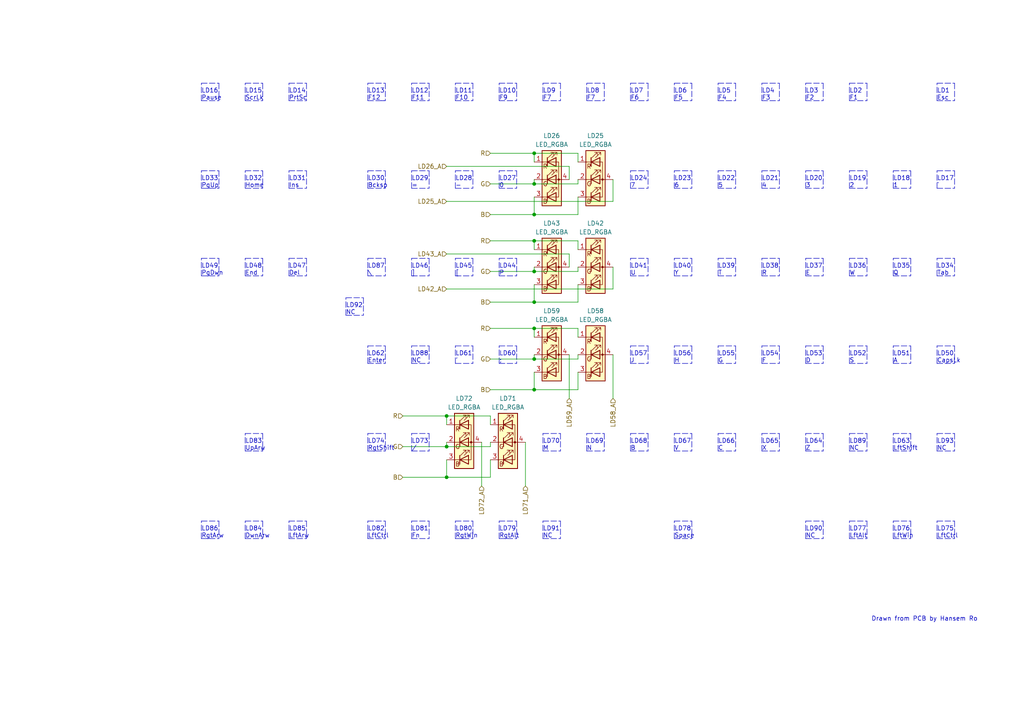
<source format=kicad_sch>
(kicad_sch (version 20211123) (generator eeschema)
  (paper "A4")
  (lib_symbols
    (symbol "Device:LED_RGBA" (pin_names (offset 0) hide)
      (property "Reference" "D" (at 0 9.398 0))
      (property "Value" "LED_RGBA" (at 0 -8.89 0))
      (symbol "LED_RGBA_0_0"
        (text "B" (at -1.905 -6.35 0) (effects (font (size 1.27 1.27))))
        (text "G" (at -1.905 -1.27 0) (effects (font (size 1.27 1.27))))
        (text "R" (at -1.905 3.81 0) (effects (font (size 1.27 1.27))))
      )
      (symbol "LED_RGBA_0_1"
        (polyline (pts (xy -1.27 -5.08) (xy -2.54 -5.08)))
        (polyline (pts (xy -1.27 -5.08) (xy 1.27 -5.08)))
        (polyline (pts (xy -1.27 -3.81) (xy -1.27 -6.35)) (stroke (width 0.254)))
        (polyline (pts (xy -1.27 0) (xy -2.54 0)))
        (polyline (pts (xy -1.27 1.27) (xy -1.27 -1.27)) (stroke (width 0.254)))
        (polyline (pts (xy -1.27 5.08) (xy -2.54 5.08)))
        (polyline (pts (xy -1.27 5.08) (xy 1.27 5.08)))
        (polyline (pts (xy -1.27 6.35) (xy -1.27 3.81)) (stroke (width 0.254)))
        (polyline (pts (xy 1.27 0) (xy -1.27 0)))
        (polyline (pts (xy 1.27 0) (xy 2.54 0)))
        (polyline (pts (xy -1.27 1.27) (xy -1.27 -1.27) (xy -1.27 -1.27)))
        (polyline (pts (xy -1.27 6.35) (xy -1.27 3.81) (xy -1.27 3.81)))
        (polyline (pts (xy 1.27 -5.08) (xy 2.032 -5.08) (xy 2.032 5.08) (xy 1.27 5.08)))
        (polyline (pts (xy 1.27 -3.81) (xy 1.27 -6.35) (xy -1.27 -5.08) (xy 1.27 -3.81)) (stroke (width 0.254)))
        (polyline (pts (xy 1.27 1.27) (xy 1.27 -1.27) (xy -1.27 0) (xy 1.27 1.27)) (stroke (width 0.254)))
        (polyline (pts (xy 1.27 6.35) (xy 1.27 3.81) (xy -1.27 5.08) (xy 1.27 6.35)) (stroke (width 0.254)))
        (polyline (pts (xy -1.016 -3.81) (xy 0.508 -2.286) (xy -0.254 -2.286) (xy 0.508 -2.286) (xy 0.508 -3.048)))
        (polyline (pts (xy -1.016 1.27) (xy 0.508 2.794) (xy -0.254 2.794) (xy 0.508 2.794) (xy 0.508 2.032)))
        (polyline (pts (xy -1.016 6.35) (xy 0.508 7.874) (xy -0.254 7.874) (xy 0.508 7.874) (xy 0.508 7.112)))
        (polyline (pts (xy 0 -3.81) (xy 1.524 -2.286) (xy 0.762 -2.286) (xy 1.524 -2.286) (xy 1.524 -3.048)))
        (polyline (pts (xy 0 1.27) (xy 1.524 2.794) (xy 0.762 2.794) (xy 1.524 2.794) (xy 1.524 2.032)))
        (polyline (pts (xy 0 6.35) (xy 1.524 7.874) (xy 0.762 7.874) (xy 1.524 7.874) (xy 1.524 7.112)))
        (rectangle (start 1.27 -1.27) (end 1.27 1.27))
        (rectangle (start 1.27 1.27) (end 1.27 1.27))
        (rectangle (start 1.27 3.81) (end 1.27 6.35))
        (rectangle (start 1.27 6.35) (end 1.27 6.35))
        (circle (center 2.032 0) (radius 0.254) (fill (type outline)))
        (rectangle (start 2.794 8.382) (end -2.794 -7.62) (stroke (width 0.254)) (fill (type background)))
      )
      (symbol "LED_RGBA_1_1"
        (pin passive line (at -5.08 5.08 0) (length 2.54) (name "RK") (number "1"))
        (pin passive line (at -5.08 0 0) (length 2.54) (name "GK") (number "2"))
        (pin passive line (at -5.08 -5.08 0) (length 2.54) (name "BK") (number "3"))
        (pin passive line (at 5.08 0 180) (length 2.54) (name "A") (number "4"))
      )
    )
  )
  (junction (at 154.94 104.14))
  (junction (at 154.94 87.63))
  (junction (at 154.94 53.34))
  (junction (at 129.54 129.54))
  (junction (at 154.94 62.23))
  (junction (at 129.54 138.43))
  (junction (at 154.94 69.85))
  (junction (at 154.94 113.03))
  (junction (at 154.94 44.45))
  (junction (at 154.94 78.74))
  (junction (at 154.94 95.25))
  (junction (at 129.54 120.65))
  (wire (pts (xy 129.54 73.66) (xy 165.1 73.66)))
  (polyline (pts (xy 106.68 100.33) (xy 111.76 100.33)))
  (polyline (pts (xy 119.38 80.01) (xy 119.38 74.93)))
  (polyline (pts (xy 200.66 49.53) (xy 200.66 54.61)))
  (polyline (pts (xy 182.88 125.73) (xy 187.96 125.73)))
  (polyline (pts (xy 271.78 100.33) (xy 276.86 100.33)))
  (polyline (pts (xy 226.06 24.13) (xy 226.06 29.21)))
  (polyline (pts (xy 208.28 74.93) (xy 213.36 74.93)))
  (polyline (pts (xy 170.18 29.21) (xy 170.18 24.13)))
  (polyline (pts (xy 233.68 74.93) (xy 238.76 74.93)))
  (polyline (pts (xy 187.96 24.13) (xy 187.96 29.21)))
  (polyline (pts (xy 271.78 24.13) (xy 276.86 24.13)))
  (polyline (pts (xy 233.68 29.21) (xy 238.76 29.21)))
  (polyline (pts (xy 124.46 74.93) (xy 124.46 80.01)))
  (wire (pts (xy 129.54 128.27) (xy 129.54 129.54)))
  (polyline (pts (xy 271.78 54.61) (xy 276.86 54.61)))
  (polyline (pts (xy 144.78 74.93) (xy 149.86 74.93)))
  (polyline (pts (xy 58.42 49.53) (xy 63.5 49.53)))
  (wire (pts (xy 129.54 83.82) (xy 177.8 83.82)))
  (polyline (pts (xy 58.42 156.21) (xy 63.5 156.21)))
  (polyline (pts (xy 124.46 151.13) (xy 124.46 156.21)))
  (polyline (pts (xy 238.76 49.53) (xy 238.76 54.61)))
  (polyline (pts (xy 105.41 86.36) (xy 105.41 91.44)))
  (polyline (pts (xy 233.68 100.33) (xy 238.76 100.33)))
  (polyline (pts (xy 83.82 54.61) (xy 88.9 54.61)))
  (wire (pts (xy 165.1 52.07) (xy 165.1 48.26)))
  (wire (pts (xy 177.8 102.87) (xy 177.8 115.57)))
  (polyline (pts (xy 233.68 80.01) (xy 233.68 74.93)))
  (wire (pts (xy 142.24 69.85) (xy 154.94 69.85)))
  (polyline (pts (xy 111.76 74.93) (xy 111.76 80.01)))
  (wire (pts (xy 154.94 44.45) (xy 154.94 46.99)))
  (polyline (pts (xy 259.08 151.13) (xy 264.16 151.13)))
  (polyline (pts (xy 157.48 130.81) (xy 162.56 130.81)))
  (polyline (pts (xy 271.78 29.21) (xy 276.86 29.21)))
  (polyline (pts (xy 132.08 29.21) (xy 137.16 29.21)))
  (polyline (pts (xy 187.96 125.73) (xy 187.96 130.81)))
  (wire (pts (xy 154.94 53.34) (xy 167.64 53.34)))
  (polyline (pts (xy 76.2 74.93) (xy 76.2 80.01)))
  (polyline (pts (xy 106.68 80.01) (xy 111.76 80.01)))
  (polyline (pts (xy 132.08 151.13) (xy 137.16 151.13)))
  (polyline (pts (xy 83.82 156.21) (xy 83.82 151.13)))
  (polyline (pts (xy 63.5 74.93) (xy 63.5 80.01)))
  (polyline (pts (xy 195.58 125.73) (xy 200.66 125.73)))
  (wire (pts (xy 129.54 120.65) (xy 142.24 120.65)))
  (polyline (pts (xy 246.38 156.21) (xy 251.46 156.21)))
  (polyline (pts (xy 233.68 105.41) (xy 233.68 100.33)))
  (polyline (pts (xy 195.58 151.13) (xy 200.66 151.13)))
  (polyline (pts (xy 58.42 54.61) (xy 58.42 49.53)))
  (polyline (pts (xy 119.38 29.21) (xy 124.46 29.21)))
  (polyline (pts (xy 246.38 151.13) (xy 251.46 151.13)))
  (polyline (pts (xy 195.58 156.21) (xy 200.66 156.21)))
  (polyline (pts (xy 106.68 156.21) (xy 111.76 156.21)))
  (polyline (pts (xy 271.78 130.81) (xy 276.86 130.81)))
  (polyline (pts (xy 208.28 105.41) (xy 208.28 100.33)))
  (polyline (pts (xy 271.78 151.13) (xy 276.86 151.13)))
  (polyline (pts (xy 162.56 125.73) (xy 162.56 130.81)))
  (polyline (pts (xy 259.08 156.21) (xy 264.16 156.21)))
  (polyline (pts (xy 119.38 49.53) (xy 124.46 49.53)))
  (polyline (pts (xy 276.86 24.13) (xy 276.86 29.21)))
  (polyline (pts (xy 264.16 125.73) (xy 264.16 130.81)))
  (polyline (pts (xy 132.08 74.93) (xy 137.16 74.93)))
  (polyline (pts (xy 182.88 105.41) (xy 187.96 105.41)))
  (polyline (pts (xy 144.78 80.01) (xy 144.78 74.93)))
  (polyline (pts (xy 111.76 29.21) (xy 110.49 29.21)))
  (polyline (pts (xy 170.18 29.21) (xy 175.26 29.21)))
  (polyline (pts (xy 233.68 156.21) (xy 238.76 156.21)))
  (polyline (pts (xy 276.86 151.13) (xy 276.86 156.21)))
  (polyline (pts (xy 144.78 100.33) (xy 149.86 100.33)))
  (polyline (pts (xy 58.42 29.21) (xy 63.5 29.21)))
  (wire (pts (xy 167.64 46.99) (xy 167.64 44.45)))
  (polyline (pts (xy 276.86 125.73) (xy 276.86 130.81)))
  (polyline (pts (xy 132.08 24.13) (xy 137.16 24.13)))
  (polyline (pts (xy 246.38 80.01) (xy 246.38 74.93)))
  (wire (pts (xy 139.7 128.27) (xy 139.7 140.97)))
  (polyline (pts (xy 271.78 49.53) (xy 276.86 49.53)))
  (wire (pts (xy 167.64 53.34) (xy 167.64 52.07)))
  (polyline (pts (xy 124.46 24.13) (xy 124.46 29.21)))
  (polyline (pts (xy 220.98 24.13) (xy 226.06 24.13)))
  (polyline (pts (xy 200.66 151.13) (xy 200.66 156.21)))
  (polyline (pts (xy 233.68 24.13) (xy 238.76 24.13)))
  (polyline (pts (xy 246.38 100.33) (xy 251.46 100.33)))
  (polyline (pts (xy 157.48 29.21) (xy 162.56 29.21)))
  (polyline (pts (xy 83.82 80.01) (xy 88.9 80.01)))
  (wire (pts (xy 116.84 120.65) (xy 129.54 120.65)))
  (polyline (pts (xy 259.08 156.21) (xy 259.08 151.13)))
  (polyline (pts (xy 246.38 130.81) (xy 246.38 125.73)))
  (polyline (pts (xy 271.78 156.21) (xy 276.86 156.21)))
  (polyline (pts (xy 100.33 86.36) (xy 105.41 86.36)))
  (polyline (pts (xy 132.08 29.21) (xy 132.08 24.13)))
  (polyline (pts (xy 182.88 130.81) (xy 182.88 125.73)))
  (polyline (pts (xy 208.28 125.73) (xy 213.36 125.73)))
  (polyline (pts (xy 71.12 80.01) (xy 71.12 74.93)))
  (polyline (pts (xy 208.28 29.21) (xy 208.28 24.13)))
  (polyline (pts (xy 58.42 151.13) (xy 63.5 151.13)))
  (polyline (pts (xy 58.42 156.21) (xy 58.42 151.13)))
  (polyline (pts (xy 246.38 29.21) (xy 251.46 29.21)))
  (wire (pts (xy 142.24 104.14) (xy 154.94 104.14)))
  (polyline (pts (xy 220.98 54.61) (xy 226.06 54.61)))
  (polyline (pts (xy 187.96 74.93) (xy 187.96 80.01)))
  (polyline (pts (xy 213.36 74.93) (xy 213.36 80.01)))
  (polyline (pts (xy 111.76 49.53) (xy 111.76 54.61)))
  (polyline (pts (xy 195.58 156.21) (xy 195.58 151.13)))
  (polyline (pts (xy 71.12 54.61) (xy 71.12 49.53)))
  (polyline (pts (xy 162.56 151.13) (xy 162.56 156.21)))
  (polyline (pts (xy 259.08 54.61) (xy 259.08 49.53)))
  (wire (pts (xy 154.94 44.45) (xy 167.64 44.45)))
  (wire (pts (xy 154.94 95.25) (xy 167.64 95.25)))
  (polyline (pts (xy 195.58 80.01) (xy 195.58 74.93)))
  (wire (pts (xy 129.54 129.54) (xy 142.24 129.54)))
  (polyline (pts (xy 259.08 130.81) (xy 259.08 125.73)))
  (polyline (pts (xy 111.76 151.13) (xy 111.76 156.21)))
  (polyline (pts (xy 246.38 105.41) (xy 246.38 100.33)))
  (polyline (pts (xy 124.46 49.53) (xy 124.46 54.61)))
  (polyline (pts (xy 132.08 100.33) (xy 137.16 100.33)))
  (polyline (pts (xy 63.5 49.53) (xy 63.5 54.61)))
  (polyline (pts (xy 149.86 100.33) (xy 149.86 105.41)))
  (polyline (pts (xy 220.98 105.41) (xy 226.06 105.41)))
  (polyline (pts (xy 213.36 49.53) (xy 213.36 54.61)))
  (polyline (pts (xy 233.68 80.01) (xy 238.76 80.01)))
  (polyline (pts (xy 251.46 24.13) (xy 251.46 29.21)))
  (polyline (pts (xy 71.12 156.21) (xy 76.2 156.21)))
  (wire (pts (xy 177.8 52.07) (xy 177.8 58.42)))
  (polyline (pts (xy 58.42 24.13) (xy 63.5 24.13)))
  (polyline (pts (xy 132.08 49.53) (xy 137.16 49.53)))
  (polyline (pts (xy 238.76 74.93) (xy 238.76 80.01)))
  (polyline (pts (xy 200.66 74.93) (xy 200.66 80.01)))
  (polyline (pts (xy 182.88 49.53) (xy 187.96 49.53)))
  (polyline (pts (xy 195.58 24.13) (xy 200.66 24.13)))
  (polyline (pts (xy 119.38 29.21) (xy 119.38 24.13)))
  (polyline (pts (xy 246.38 74.93) (xy 251.46 74.93)))
  (polyline (pts (xy 71.12 74.93) (xy 76.2 74.93)))
  (wire (pts (xy 142.24 113.03) (xy 154.94 113.03)))
  (polyline (pts (xy 259.08 80.01) (xy 264.16 80.01)))
  (polyline (pts (xy 71.12 29.21) (xy 71.12 24.13)))
  (polyline (pts (xy 119.38 74.93) (xy 124.46 74.93)))
  (polyline (pts (xy 76.2 151.13) (xy 76.2 156.21)))
  (polyline (pts (xy 58.42 54.61) (xy 63.5 54.61)))
  (wire (pts (xy 129.54 48.26) (xy 165.1 48.26)))
  (polyline (pts (xy 271.78 80.01) (xy 276.86 80.01)))
  (polyline (pts (xy 208.28 100.33) (xy 213.36 100.33)))
  (polyline (pts (xy 200.66 24.13) (xy 200.66 29.21)))
  (polyline (pts (xy 182.88 29.21) (xy 182.88 24.13)))
  (polyline (pts (xy 119.38 156.21) (xy 119.38 151.13)))
  (polyline (pts (xy 119.38 105.41) (xy 119.38 100.33)))
  (polyline (pts (xy 259.08 105.41) (xy 259.08 100.33)))
  (polyline (pts (xy 149.86 74.93) (xy 149.86 80.01)))
  (polyline (pts (xy 157.48 156.21) (xy 157.48 151.13)))
  (polyline (pts (xy 149.86 49.53) (xy 149.86 54.61)))
  (polyline (pts (xy 264.16 74.93) (xy 264.16 80.01)))
  (polyline (pts (xy 220.98 130.81) (xy 226.06 130.81)))
  (polyline (pts (xy 58.42 74.93) (xy 63.5 74.93)))
  (polyline (pts (xy 233.68 49.53) (xy 238.76 49.53)))
  (polyline (pts (xy 106.68 29.21) (xy 106.68 24.13)))
  (wire (pts (xy 142.24 123.19) (xy 142.24 120.65)))
  (polyline (pts (xy 271.78 80.01) (xy 271.78 74.93)))
  (polyline (pts (xy 170.18 130.81) (xy 170.18 125.73)))
  (wire (pts (xy 154.94 95.25) (xy 154.94 97.79)))
  (polyline (pts (xy 208.28 29.21) (xy 213.36 29.21)))
  (polyline (pts (xy 276.86 74.93) (xy 276.86 80.01)))
  (wire (pts (xy 152.4 128.27) (xy 152.4 140.97)))
  (polyline (pts (xy 187.96 49.53) (xy 187.96 54.61)))
  (polyline (pts (xy 195.58 74.93) (xy 200.66 74.93)))
  (polyline (pts (xy 271.78 105.41) (xy 271.78 100.33)))
  (wire (pts (xy 129.54 58.42) (xy 177.8 58.42)))
  (polyline (pts (xy 208.28 80.01) (xy 208.28 74.93)))
  (polyline (pts (xy 175.26 24.13) (xy 175.26 29.21)))
  (polyline (pts (xy 63.5 151.13) (xy 63.5 156.21)))
  (polyline (pts (xy 182.88 100.33) (xy 187.96 100.33)))
  (polyline (pts (xy 106.68 125.73) (xy 111.76 125.73)))
  (polyline (pts (xy 144.78 151.13) (xy 149.86 151.13)))
  (polyline (pts (xy 119.38 24.13) (xy 124.46 24.13)))
  (polyline (pts (xy 175.26 125.73) (xy 175.26 130.81)))
  (polyline (pts (xy 195.58 80.01) (xy 200.66 80.01)))
  (polyline (pts (xy 157.48 130.81) (xy 157.48 125.73)))
  (polyline (pts (xy 124.46 125.73) (xy 124.46 130.81)))
  (polyline (pts (xy 144.78 156.21) (xy 149.86 156.21)))
  (polyline (pts (xy 132.08 105.41) (xy 132.08 100.33)))
  (polyline (pts (xy 220.98 49.53) (xy 226.06 49.53)))
  (polyline (pts (xy 226.06 100.33) (xy 226.06 105.41)))
  (polyline (pts (xy 106.68 49.53) (xy 111.76 49.53)))
  (wire (pts (xy 167.64 97.79) (xy 167.64 95.25)))
  (wire (pts (xy 154.94 107.95) (xy 154.94 113.03)))
  (polyline (pts (xy 119.38 105.41) (xy 124.46 105.41)))
  (polyline (pts (xy 208.28 54.61) (xy 213.36 54.61)))
  (polyline (pts (xy 233.68 29.21) (xy 233.68 24.13)))
  (wire (pts (xy 167.64 113.03) (xy 167.64 107.95)))
  (polyline (pts (xy 182.88 74.93) (xy 187.96 74.93)))
  (polyline (pts (xy 182.88 80.01) (xy 182.88 74.93)))
  (polyline (pts (xy 238.76 100.33) (xy 238.76 105.41)))
  (polyline (pts (xy 71.12 54.61) (xy 76.2 54.61)))
  (polyline (pts (xy 83.82 49.53) (xy 88.9 49.53)))
  (wire (pts (xy 154.94 102.87) (xy 154.94 104.14)))
  (polyline (pts (xy 208.28 54.61) (xy 208.28 49.53)))
  (polyline (pts (xy 251.46 74.93) (xy 251.46 80.01)))
  (polyline (pts (xy 144.78 54.61) (xy 144.78 49.53)))
  (polyline (pts (xy 71.12 151.13) (xy 76.2 151.13)))
  (polyline (pts (xy 251.46 125.73) (xy 251.46 130.81)))
  (polyline (pts (xy 246.38 130.81) (xy 251.46 130.81)))
  (polyline (pts (xy 144.78 156.21) (xy 144.78 151.13)))
  (polyline (pts (xy 195.58 130.81) (xy 200.66 130.81)))
  (polyline (pts (xy 182.88 24.13) (xy 187.96 24.13)))
  (wire (pts (xy 165.1 102.87) (xy 165.1 115.57)))
  (polyline (pts (xy 119.38 125.73) (xy 124.46 125.73)))
  (polyline (pts (xy 157.48 24.13) (xy 162.56 24.13)))
  (polyline (pts (xy 88.9 49.53) (xy 88.9 54.61)))
  (wire (pts (xy 154.94 77.47) (xy 154.94 78.74)))
  (wire (pts (xy 154.94 78.74) (xy 167.64 78.74)))
  (polyline (pts (xy 264.16 151.13) (xy 264.16 156.21)))
  (polyline (pts (xy 220.98 80.01) (xy 220.98 74.93)))
  (polyline (pts (xy 170.18 125.73) (xy 175.26 125.73)))
  (polyline (pts (xy 111.76 100.33) (xy 111.76 105.41)))
  (polyline (pts (xy 58.42 80.01) (xy 63.5 80.01)))
  (polyline (pts (xy 157.48 29.21) (xy 157.48 24.13)))
  (polyline (pts (xy 83.82 151.13) (xy 88.9 151.13)))
  (polyline (pts (xy 170.18 130.81) (xy 175.26 130.81)))
  (polyline (pts (xy 144.78 49.53) (xy 149.86 49.53)))
  (polyline (pts (xy 71.12 130.81) (xy 76.2 130.81)))
  (wire (pts (xy 167.64 78.74) (xy 167.64 77.47)))
  (polyline (pts (xy 144.78 24.13) (xy 149.86 24.13)))
  (polyline (pts (xy 220.98 74.93) (xy 226.06 74.93)))
  (polyline (pts (xy 106.68 105.41) (xy 106.68 100.33)))
  (polyline (pts (xy 106.68 24.13) (xy 111.76 24.13)))
  (polyline (pts (xy 137.16 151.13) (xy 137.16 156.21)))
  (polyline (pts (xy 246.38 105.41) (xy 251.46 105.41)))
  (polyline (pts (xy 195.58 49.53) (xy 200.66 49.53)))
  (polyline (pts (xy 132.08 54.61) (xy 132.08 49.53)))
  (wire (pts (xy 116.84 138.43) (xy 129.54 138.43)))
  (polyline (pts (xy 132.08 54.61) (xy 137.16 54.61)))
  (polyline (pts (xy 119.38 130.81) (xy 124.46 130.81)))
  (polyline (pts (xy 264.16 49.53) (xy 264.16 54.61)))
  (polyline (pts (xy 157.48 125.73) (xy 162.56 125.73)))
  (polyline (pts (xy 137.16 49.53) (xy 137.16 54.61)))
  (wire (pts (xy 154.94 62.23) (xy 167.64 62.23)))
  (polyline (pts (xy 106.68 80.01) (xy 106.68 74.93)))
  (polyline (pts (xy 246.38 54.61) (xy 251.46 54.61)))
  (polyline (pts (xy 100.33 91.44) (xy 105.41 91.44)))
  (polyline (pts (xy 251.46 100.33) (xy 251.46 105.41)))
  (wire (pts (xy 154.94 57.15) (xy 154.94 62.23)))
  (polyline (pts (xy 238.76 125.73) (xy 238.76 130.81)))
  (wire (pts (xy 142.24 44.45) (xy 154.94 44.45)))
  (polyline (pts (xy 251.46 49.53) (xy 251.46 54.61)))
  (polyline (pts (xy 259.08 49.53) (xy 264.16 49.53)))
  (polyline (pts (xy 195.58 29.21) (xy 195.58 24.13)))
  (polyline (pts (xy 137.16 74.93) (xy 137.16 80.01)))
  (polyline (pts (xy 208.28 130.81) (xy 213.36 130.81)))
  (polyline (pts (xy 276.86 100.33) (xy 276.86 105.41)))
  (polyline (pts (xy 226.06 125.73) (xy 226.06 130.81)))
  (polyline (pts (xy 259.08 80.01) (xy 259.08 74.93)))
  (wire (pts (xy 129.54 133.35) (xy 129.54 138.43)))
  (polyline (pts (xy 63.5 24.13) (xy 63.5 29.21)))
  (polyline (pts (xy 220.98 29.21) (xy 226.06 29.21)))
  (wire (pts (xy 116.84 129.54) (xy 129.54 129.54)))
  (wire (pts (xy 129.54 138.43) (xy 142.24 138.43)))
  (polyline (pts (xy 119.38 80.01) (xy 124.46 80.01)))
  (wire (pts (xy 142.24 78.74) (xy 154.94 78.74)))
  (polyline (pts (xy 119.38 54.61) (xy 119.38 49.53)))
  (polyline (pts (xy 88.9 151.13) (xy 88.9 156.21)))
  (polyline (pts (xy 162.56 24.13) (xy 162.56 29.21)))
  (polyline (pts (xy 71.12 156.21) (xy 71.12 151.13)))
  (polyline (pts (xy 106.68 130.81) (xy 106.68 125.73)))
  (polyline (pts (xy 76.2 125.73) (xy 76.2 130.81)))
  (polyline (pts (xy 88.9 74.93) (xy 88.9 80.01)))
  (polyline (pts (xy 220.98 125.73) (xy 226.06 125.73)))
  (wire (pts (xy 154.94 69.85) (xy 154.94 72.39)))
  (polyline (pts (xy 238.76 151.13) (xy 238.76 156.21)))
  (polyline (pts (xy 200.66 125.73) (xy 200.66 130.81)))
  (polyline (pts (xy 111.76 125.73) (xy 111.76 130.81)))
  (polyline (pts (xy 208.28 105.41) (xy 213.36 105.41)))
  (polyline (pts (xy 208.28 49.53) (xy 213.36 49.53)))
  (polyline (pts (xy 195.58 100.33) (xy 200.66 100.33)))
  (polyline (pts (xy 187.96 100.33) (xy 187.96 105.41)))
  (polyline (pts (xy 246.38 24.13) (xy 251.46 24.13)))
  (wire (pts (xy 142.24 129.54) (xy 142.24 128.27)))
  (polyline (pts (xy 100.33 91.44) (xy 100.33 86.36)))
  (polyline (pts (xy 71.12 29.21) (xy 76.2 29.21)))
  (polyline (pts (xy 119.38 100.33) (xy 124.46 100.33)))
  (polyline (pts (xy 246.38 80.01) (xy 251.46 80.01)))
  (polyline (pts (xy 149.86 151.13) (xy 149.86 156.21)))
  (polyline (pts (xy 195.58 54.61) (xy 200.66 54.61)))
  (polyline (pts (xy 246.38 156.21) (xy 246.38 151.13)))
  (polyline (pts (xy 71.12 125.73) (xy 76.2 125.73)))
  (polyline (pts (xy 83.82 74.93) (xy 88.9 74.93)))
  (polyline (pts (xy 195.58 130.81) (xy 195.58 125.73)))
  (wire (pts (xy 177.8 77.47) (xy 177.8 83.82)))
  (wire (pts (xy 167.64 104.14) (xy 167.64 102.87)))
  (polyline (pts (xy 276.86 49.53) (xy 276.86 54.61)))
  (polyline (pts (xy 106.68 130.81) (xy 111.76 130.81)))
  (polyline (pts (xy 233.68 156.21) (xy 233.68 151.13)))
  (polyline (pts (xy 195.58 105.41) (xy 195.58 100.33)))
  (polyline (pts (xy 106.68 29.21) (xy 111.76 29.21)))
  (polyline (pts (xy 246.38 125.73) (xy 251.46 125.73)))
  (polyline (pts (xy 271.78 125.73) (xy 276.86 125.73)))
  (polyline (pts (xy 182.88 54.61) (xy 182.88 49.53)))
  (polyline (pts (xy 157.48 151.13) (xy 162.56 151.13)))
  (wire (pts (xy 154.94 104.14) (xy 167.64 104.14)))
  (polyline (pts (xy 271.78 74.93) (xy 276.86 74.93)))
  (polyline (pts (xy 111.76 24.13) (xy 111.76 29.21)))
  (polyline (pts (xy 83.82 29.21) (xy 83.82 24.13)))
  (polyline (pts (xy 271.78 54.61) (xy 271.78 49.53)))
  (polyline (pts (xy 233.68 54.61) (xy 238.76 54.61)))
  (polyline (pts (xy 149.86 24.13) (xy 149.86 29.21)))
  (wire (pts (xy 154.94 69.85) (xy 167.64 69.85)))
  (wire (pts (xy 154.94 82.55) (xy 154.94 87.63)))
  (polyline (pts (xy 259.08 130.81) (xy 264.16 130.81)))
  (polyline (pts (xy 233.68 130.81) (xy 238.76 130.81)))
  (polyline (pts (xy 119.38 54.61) (xy 124.46 54.61)))
  (polyline (pts (xy 182.88 54.61) (xy 187.96 54.61)))
  (polyline (pts (xy 132.08 80.01) (xy 137.16 80.01)))
  (polyline (pts (xy 233.68 130.81) (xy 233.68 125.73)))
  (wire (pts (xy 129.54 120.65) (xy 129.54 123.19)))
  (polyline (pts (xy 233.68 151.13) (xy 238.76 151.13)))
  (polyline (pts (xy 132.08 105.41) (xy 137.16 105.41)))
  (polyline (pts (xy 226.06 49.53) (xy 226.06 54.61)))
  (wire (pts (xy 154.94 87.63) (xy 167.64 87.63)))
  (polyline (pts (xy 157.48 156.21) (xy 162.56 156.21)))
  (polyline (pts (xy 144.78 105.41) (xy 149.86 105.41)))
  (polyline (pts (xy 137.16 24.13) (xy 137.16 29.21)))
  (wire (pts (xy 167.64 72.39) (xy 167.64 69.85)))
  (polyline (pts (xy 106.68 54.61) (xy 106.68 49.53)))
  (polyline (pts (xy 264.16 100.33) (xy 264.16 105.41)))
  (polyline (pts (xy 83.82 156.21) (xy 88.9 156.21)))
  (polyline (pts (xy 220.98 105.41) (xy 220.98 100.33)))
  (polyline (pts (xy 271.78 105.41) (xy 276.86 105.41)))
  (polyline (pts (xy 132.08 80.01) (xy 132.08 74.93)))
  (polyline (pts (xy 271.78 156.21) (xy 271.78 151.13)))
  (polyline (pts (xy 132.08 156.21) (xy 132.08 151.13)))
  (polyline (pts (xy 208.28 80.01) (xy 213.36 80.01)))
  (polyline (pts (xy 233.68 125.73) (xy 238.76 125.73)))
  (polyline (pts (xy 208.28 24.13) (xy 213.36 24.13)))
  (polyline (pts (xy 71.12 49.53) (xy 76.2 49.53)))
  (polyline (pts (xy 220.98 100.33) (xy 226.06 100.33)))
  (wire (pts (xy 154.94 113.03) (xy 167.64 113.03)))
  (polyline (pts (xy 220.98 29.21) (xy 220.98 24.13)))
  (polyline (pts (xy 144.78 80.01) (xy 149.86 80.01)))
  (polyline (pts (xy 71.12 24.13) (xy 76.2 24.13)))
  (wire (pts (xy 154.94 52.07) (xy 154.94 53.34)))
  (polyline (pts (xy 271.78 29.21) (xy 271.78 24.13)))
  (polyline (pts (xy 213.36 125.73) (xy 213.36 130.81)))
  (polyline (pts (xy 195.58 54.61) (xy 195.58 49.53)))
  (polyline (pts (xy 76.2 24.13) (xy 76.2 29.21)))
  (polyline (pts (xy 271.78 130.81) (xy 271.78 125.73)))
  (polyline (pts (xy 213.36 100.33) (xy 213.36 105.41)))
  (wire (pts (xy 142.24 95.25) (xy 154.94 95.25)))
  (polyline (pts (xy 144.78 105.41) (xy 144.78 100.33)))
  (polyline (pts (xy 259.08 74.93) (xy 264.16 74.93)))
  (polyline (pts (xy 106.68 74.93) (xy 111.76 74.93)))
  (polyline (pts (xy 259.08 54.61) (xy 264.16 54.61)))
  (polyline (pts (xy 144.78 29.21) (xy 144.78 24.13)))
  (polyline (pts (xy 83.82 80.01) (xy 83.82 74.93)))
  (polyline (pts (xy 88.9 24.13) (xy 88.9 29.21)))
  (wire (pts (xy 167.64 87.63) (xy 167.64 82.55)))
  (polyline (pts (xy 71.12 80.01) (xy 76.2 80.01)))
  (polyline (pts (xy 76.2 49.53) (xy 76.2 54.61)))
  (polyline (pts (xy 106.68 151.13) (xy 111.76 151.13)))
  (polyline (pts (xy 58.42 80.01) (xy 58.42 74.93)))
  (polyline (pts (xy 182.88 105.41) (xy 182.88 100.33)))
  (wire (pts (xy 142.24 87.63) (xy 154.94 87.63)))
  (polyline (pts (xy 259.08 100.33) (xy 264.16 100.33)))
  (polyline (pts (xy 259.08 105.41) (xy 264.16 105.41)))
  (polyline (pts (xy 182.88 130.81) (xy 187.96 130.81)))
  (polyline (pts (xy 213.36 24.13) (xy 213.36 29.21)))
  (polyline (pts (xy 233.68 105.41) (xy 238.76 105.41)))
  (polyline (pts (xy 119.38 156.21) (xy 124.46 156.21)))
  (polyline (pts (xy 238.76 24.13) (xy 238.76 29.21)))
  (wire (pts (xy 167.64 62.23) (xy 167.64 57.15)))
  (polyline (pts (xy 83.82 24.13) (xy 88.9 24.13)))
  (polyline (pts (xy 58.42 29.21) (xy 58.42 24.13)))
  (polyline (pts (xy 83.82 54.61) (xy 83.82 49.53)))
  (polyline (pts (xy 246.38 49.53) (xy 251.46 49.53)))
  (polyline (pts (xy 182.88 29.21) (xy 187.96 29.21)))
  (wire (pts (xy 142.24 53.34) (xy 154.94 53.34)))
  (polyline (pts (xy 132.08 156.21) (xy 137.16 156.21)))
  (polyline (pts (xy 246.38 54.61) (xy 246.38 49.53)))
  (polyline (pts (xy 106.68 105.41) (xy 111.76 105.41)))
  (wire (pts (xy 142.24 62.23) (xy 154.94 62.23)))
  (polyline (pts (xy 259.08 125.73) (xy 264.16 125.73)))
  (polyline (pts (xy 144.78 54.61) (xy 149.86 54.61)))
  (wire (pts (xy 165.1 77.47) (xy 165.1 73.66)))
  (polyline (pts (xy 220.98 130.81) (xy 220.98 125.73)))
  (polyline (pts (xy 246.38 29.21) (xy 246.38 24.13)))
  (wire (pts (xy 142.24 138.43) (xy 142.24 133.35)))
  (polyline (pts (xy 106.68 54.61) (xy 111.76 54.61)))
  (polyline (pts (xy 220.98 80.01) (xy 226.06 80.01)))
  (polyline (pts (xy 220.98 54.61) (xy 220.98 49.53)))
  (polyline (pts (xy 71.12 130.81) (xy 71.12 125.73)))
  (polyline (pts (xy 106.68 156.21) (xy 106.68 151.13)))
  (polyline (pts (xy 251.46 151.13) (xy 251.46 156.21)))
  (polyline (pts (xy 200.66 100.33) (xy 200.66 105.41)))
  (polyline (pts (xy 83.82 29.21) (xy 88.9 29.21)))
  (polyline (pts (xy 119.38 130.81) (xy 119.38 125.73)))
  (polyline (pts (xy 182.88 80.01) (xy 187.96 80.01)))
  (polyline (pts (xy 195.58 105.41) (xy 200.66 105.41)))
  (polyline (pts (xy 195.58 29.21) (xy 200.66 29.21)))
  (polyline (pts (xy 119.38 151.13) (xy 124.46 151.13)))
  (polyline (pts (xy 137.16 100.33) (xy 137.16 105.41)))
  (polyline (pts (xy 170.18 24.13) (xy 175.26 24.13)))
  (polyline (pts (xy 226.06 74.93) (xy 226.06 80.01)))
  (polyline (pts (xy 233.68 54.61) (xy 233.68 49.53)))
  (polyline (pts (xy 124.46 100.33) (xy 124.46 105.41)))
  (polyline (pts (xy 144.78 29.21) (xy 149.86 29.21)))
  (polyline (pts (xy 208.28 130.81) (xy 208.28 125.73)))
  (text "LD84\nDwnArw" (at 71.12 156.21 0) (effects (font (size 1.27 1.27)) (justify left bottom)))
  (text "LD88\nNC" (at 119.38 105.41 0) (effects (font (size 1.27 1.27)) (justify left bottom)))
  (text "LD57\nJ" (at 182.88 105.41 0) (effects (font (size 1.27 1.27)) (justify left bottom)))
  (text "LD37\nE" (at 233.68 80.01 0) (effects (font (size 1.27 1.27)) (justify left bottom)))
  (text "LD83\nUpArw" (at 71.12 130.81 0) (effects (font (size 1.27 1.27)) (justify left bottom)))
  (text "LD13\nF12" (at 106.68 29.21 0) (effects (font (size 1.27 1.27)) (justify left bottom)))
  (text "LD46\n]" (at 119.38 80.01 0) (effects (font (size 1.27 1.27)) (justify left bottom)))
  (text "LD76\nLftWin" (at 259.08 156.21 0) (effects (font (size 1.27 1.27)) (justify left bottom)))
  (text "LD38\nR" (at 220.98 80.01 0) (effects (font (size 1.27 1.27)) (justify left bottom)))
  (text "LD5\nF4" (at 208.28 29.21 0) (effects (font (size 1.27 1.27)) (justify left bottom)))
  (text "LD7\nF6" (at 182.88 29.21 0) (effects (font (size 1.27 1.27)) (justify left bottom)))
  (text "LD47\nDel" (at 83.82 80.01 0) (effects (font (size 1.27 1.27)) (justify left bottom)))
  (text "LD34\nTab" (at 271.78 80.01 0) (effects (font (size 1.27 1.27)) (justify left bottom)))
  (text "LD18\n1" (at 259.08 54.61 0) (effects (font (size 1.27 1.27)) (justify left bottom)))
  (text "LD15\nScrLk" (at 71.12 29.21 0) (effects (font (size 1.27 1.27)) (justify left bottom)))
  (text "LD52\nS" (at 246.38 105.41 0) (effects (font (size 1.27 1.27)) (justify left bottom)))
  (text "LD82\nLftCtrl" (at 106.68 156.21 0) (effects (font (size 1.27 1.27)) (justify left bottom)))
  (text "LD9\nF7" (at 157.48 29.21 0) (effects (font (size 1.27 1.27)) (justify left bottom)))
  (text "LD19\n2" (at 246.38 54.61 0) (effects (font (size 1.27 1.27)) (justify left bottom)))
  (text "LD91\nNC" (at 157.48 156.21 0) (effects (font (size 1.27 1.27)) (justify left bottom)))
  (text "LD86\nRgtArw" (at 58.42 156.21 0) (effects (font (size 1.27 1.27)) (justify left bottom)))
  (text "LD92\nNC" (at 100.33 91.44 0) (effects (font (size 1.27 1.27)) (justify left bottom)))
  (text "LD73\n/" (at 119.38 130.81 0) (effects (font (size 1.27 1.27)) (justify left bottom)))
  (text "LD30\nBcksp" (at 106.68 54.61 0) (effects (font (size 1.27 1.27)) (justify left bottom)))
  (text "LD27\n0" (at 144.78 54.61 0) (effects (font (size 1.27 1.27)) (justify left bottom)))
  (text "LD81\nFn" (at 119.38 156.21 0) (effects (font (size 1.27 1.27)) (justify left bottom)))
  (text "LD1\nEsc" (at 271.78 29.21 0) (effects (font (size 1.27 1.27)) (justify left bottom)))
  (text "LD35\nQ" (at 259.08 80.01 0) (effects (font (size 1.27 1.27)) (justify left bottom)))
  (text "LD87\n\\" (at 106.68 80.01 0) (effects (font (size 1.27 1.27)) (justify left bottom)))
  (text "LD12\nF11" (at 119.38 29.21 0) (effects (font (size 1.27 1.27)) (justify left bottom)))
  (text "Drawn from PCB by Hansem Ro" (at 252.73 180.34 0) (effects (font (size 1.27 1.27)) (justify left bottom)))
  (text "LD60\n;" (at 144.78 105.41 0) (effects (font (size 1.27 1.27)) (justify left bottom)))
  (text "LD74\nRgtShift" (at 106.68 130.81 0) (effects (font (size 1.27 1.27)) (justify left bottom)))
  (text "LD39\nT" (at 208.28 80.01 0) (effects (font (size 1.27 1.27)) (justify left bottom)))
  (text "LD45\n[" (at 132.08 80.01 0) (effects (font (size 1.27 1.27)) (justify left bottom)))
  (text "LD61\n'" (at 132.08 105.41 0) (effects (font (size 1.27 1.27)) (justify left bottom)))
  (text "LD93\nNC" (at 271.78 130.81 0) (effects (font (size 1.27 1.27)) (justify left bottom)))
  (text "LD90\nNC" (at 233.68 156.21 0) (effects (font (size 1.27 1.27)) (justify left bottom)))
  (text "LD51\nA" (at 259.08 105.41 0) (effects (font (size 1.27 1.27)) (justify left bottom)))
  (text "LD22\n5" (at 208.28 54.61 0) (effects (font (size 1.27 1.27)) (justify left bottom)))
  (text "LD56\nH" (at 195.58 105.41 0) (effects (font (size 1.27 1.27)) (justify left bottom)))
  (text "LD67\nV" (at 195.58 130.81 0) (effects (font (size 1.27 1.27)) (justify left bottom)))
  (text "LD69\nN" (at 170.18 130.81 0) (effects (font (size 1.27 1.27)) (justify left bottom)))
  (text "LD54\nF" (at 220.98 105.41 0) (effects (font (size 1.27 1.27)) (justify left bottom)))
  (text "LD21\n4" (at 220.98 54.61 0) (effects (font (size 1.27 1.27)) (justify left bottom)))
  (text "LD62\nEnter" (at 106.68 105.41 0) (effects (font (size 1.27 1.27)) (justify left bottom)))
  (text "LD40\nY" (at 195.58 80.01 0) (effects (font (size 1.27 1.27)) (justify left bottom)))
  (text "LD80\nRgtWin" (at 132.08 156.21 0) (effects (font (size 1.27 1.27)) (justify left bottom)))
  (text "LD49\nPgDwn" (at 58.42 80.01 0) (effects (font (size 1.27 1.27)) (justify left bottom)))
  (text "LD70\nM" (at 157.48 130.81 0) (effects (font (size 1.27 1.27)) (justify left bottom)))
  (text "LD20\n3" (at 233.68 54.61 0) (effects (font (size 1.27 1.27)) (justify left bottom)))
  (text "LD6\nF5" (at 195.58 29.21 0) (effects (font (size 1.27 1.27)) (justify left bottom)))
  (text "LD29\n=" (at 119.38 54.61 0) (effects (font (size 1.27 1.27)) (justify left bottom)))
  (text "LD44\nP" (at 144.78 80.01 0) (effects (font (size 1.27 1.27)) (justify left bottom)))
  (text "LD36\nW" (at 246.38 80.01 0) (effects (font (size 1.27 1.27)) (justify left bottom)))
  (text "LD89\nNC" (at 246.38 130.81 0) (effects (font (size 1.27 1.27)) (justify left bottom)))
  (text "LD24\n7" (at 182.88 54.61 0) (effects (font (size 1.27 1.27)) (justify left bottom)))
  (text "LD28\n-" (at 132.08 54.61 0) (effects (font (size 1.27 1.27)) (justify left bottom)))
  (text "LD4\nF3" (at 220.98 29.21 0) (effects (font (size 1.27 1.27)) (justify left bottom)))
  (text "LD55\nG" (at 208.28 105.41 0) (effects (font (size 1.27 1.27)) (justify left bottom)))
  (text "LD64\nZ" (at 233.68 130.81 0) (effects (font (size 1.27 1.27)) (justify left bottom)))
  (text "LD3\nF2" (at 233.68 29.21 0) (effects (font (size 1.27 1.27)) (justify left bottom)))
  (text "LD2\nF1" (at 246.38 29.21 0) (effects (font (size 1.27 1.27)) (justify left bottom)))
  (text "LD77\nLftAlt" (at 246.38 156.21 0) (effects (font (size 1.27 1.27)) (justify left bottom)))
  (text "LD48\nEnd" (at 71.12 80.01 0) (effects (font (size 1.27 1.27)) (justify left bottom)))
  (text "LD31\nIns" (at 83.82 54.61 0) (effects (font (size 1.27 1.27)) (justify left bottom)))
  (text "LD14\nPrtSc" (at 83.82 29.21 0) (effects (font (size 1.27 1.27)) (justify left bottom)))
  (text "LD8\nF7" (at 170.18 29.21 0) (effects (font (size 1.27 1.27)) (justify left bottom)))
  (text "LD33\nPgUp" (at 58.42 54.61 0) (effects (font (size 1.27 1.27)) (justify left bottom)))
  (text "LD16\nPause" (at 58.42 29.21 0) (effects (font (size 1.27 1.27)) (justify left bottom)))
  (text "LD23\n6" (at 195.58 54.61 0) (effects (font (size 1.27 1.27)) (justify left bottom)))
  (text "LD63\nLftShift" (at 259.08 130.81 0) (effects (font (size 1.27 1.27)) (justify left bottom)))
  (text "LD53\nD" (at 233.68 105.41 0) (effects (font (size 1.27 1.27)) (justify left bottom)))
  (text "LD68\nB" (at 182.88 130.81 0) (effects (font (size 1.27 1.27)) (justify left bottom)))
  (text "LD75\nLftCtrl" (at 271.78 156.21 0) (effects (font (size 1.27 1.27)) (justify left bottom)))
  (text "LD79\nRgtAlt" (at 144.78 156.21 0) (effects (font (size 1.27 1.27)) (justify left bottom)))
  (text "LD17\n`" (at 271.78 54.61 0) (effects (font (size 1.27 1.27)) (justify left bottom)))
  (text "LD65\nX" (at 220.98 130.81 0) (effects (font (size 1.27 1.27)) (justify left bottom)))
  (text "LD66\nC" (at 208.28 130.81 0) (effects (font (size 1.27 1.27)) (justify left bottom)))
  (text "LD85\nLftArw" (at 83.82 156.21 0) (effects (font (size 1.27 1.27)) (justify left bottom)))
  (text "LD50\nCapsLk" (at 271.78 105.41 0) (effects (font (size 1.27 1.27)) (justify left bottom)))
  (text "LD11\nF10" (at 132.08 29.21 0) (effects (font (size 1.27 1.27)) (justify left bottom)))
  (text "LD78\nSpace" (at 195.58 156.21 0) (effects (font (size 1.27 1.27)) (justify left bottom)))
  (text "LD10\nF9" (at 144.78 29.21 0) (effects (font (size 1.27 1.27)) (justify left bottom)))
  (text "LD32\nHome" (at 71.12 54.61 0) (effects (font (size 1.27 1.27)) (justify left bottom)))
  (text "LD41\nU" (at 182.88 80.01 0) (effects (font (size 1.27 1.27)) (justify left bottom)))
  (hierarchical_label "R" (shape input) (at 142.24 69.85 180))
  (hierarchical_label "LD26_A" (shape input) (at 129.54 48.26 180))
  (hierarchical_label "LD25_A" (shape input) (at 129.54 58.42 180))
  (hierarchical_label "G" (shape input) (at 142.24 78.74 180))
  (hierarchical_label "G" (shape input) (at 142.24 53.34 180))
  (hierarchical_label "R" (shape input) (at 116.84 120.65 180))
  (hierarchical_label "B" (shape input) (at 142.24 113.03 180))
  (hierarchical_label "LD42_A" (shape input) (at 129.54 83.82 180))
  (hierarchical_label "R" (shape input) (at 142.24 95.25 180))
  (hierarchical_label "LD58_A" (shape input) (at 177.8 115.57 270))
  (hierarchical_label "B" (shape input) (at 142.24 87.63 180))
  (hierarchical_label "LD59_A" (shape input) (at 165.1 115.57 270))
  (hierarchical_label "LD43_A" (shape input) (at 129.54 73.66 180))
  (hierarchical_label "LD71_A" (shape input) (at 152.4 140.97 270))
  (hierarchical_label "G" (shape input) (at 142.24 104.14 180))
  (hierarchical_label "B" (shape input) (at 116.84 138.43 180))
  (hierarchical_label "G" (shape input) (at 116.84 129.54 180))
  (hierarchical_label "B" (shape input) (at 142.24 62.23 180))
  (hierarchical_label "LD72_A" (shape input) (at 139.7 140.97 270))
  (hierarchical_label "R" (shape input) (at 142.24 44.45 180))
  (symbol (lib_id "Device:LED_RGBA") (at 134.62 128.27 0) (unit 1)
    (property "Reference" "LD72" (at 134.62 115.57 0))
    (property "Value" "LED_RGBA" (at 134.62 118.11 0))
  )
  (symbol (lib_id "Device:LED_RGBA") (at 160.02 102.87 0) (unit 1)
    (property "Reference" "LD59" (at 160.02 90.17 0))
    (property "Value" "LED_RGBA" (at 160.02 92.71 0))
  )
  (symbol (lib_id "Device:LED_RGBA") (at 172.72 52.07 0) (unit 1)
    (property "Reference" "LD25" (at 172.72 39.37 0))
    (property "Value" "LED_RGBA" (at 172.72 41.91 0))
  )
  (symbol (lib_id "Device:LED_RGBA") (at 160.02 52.07 0) (unit 1)
    (property "Reference" "LD26" (at 160.02 39.37 0))
    (property "Value" "LED_RGBA" (at 160.02 41.91 0))
  )
  (symbol (lib_id "Device:LED_RGBA") (at 172.72 102.87 0) (unit 1)
    (property "Reference" "LD58" (at 172.72 90.17 0))
    (property "Value" "LED_RGBA" (at 172.72 92.71 0))
  )
  (symbol (lib_id "Device:LED_RGBA") (at 160.02 77.47 0) (unit 1)
    (property "Reference" "LD43" (at 160.02 64.77 0))
    (property "Value" "LED_RGBA" (at 160.02 67.31 0))
  )
  (symbol (lib_id "Device:LED_RGBA") (at 172.72 77.47 0) (unit 1)
    (property "Reference" "LD42" (at 172.72 64.77 0))
    (property "Value" "LED_RGBA" (at 172.72 67.31 0))
  )
  (symbol (lib_id "Device:LED_RGBA") (at 147.32 128.27 0) (unit 1)
    (property "Reference" "LD71" (at 147.32 115.57 0))
    (property "Value" "LED_RGBA" (at 147.32 118.11 0))
  )
)
</source>
